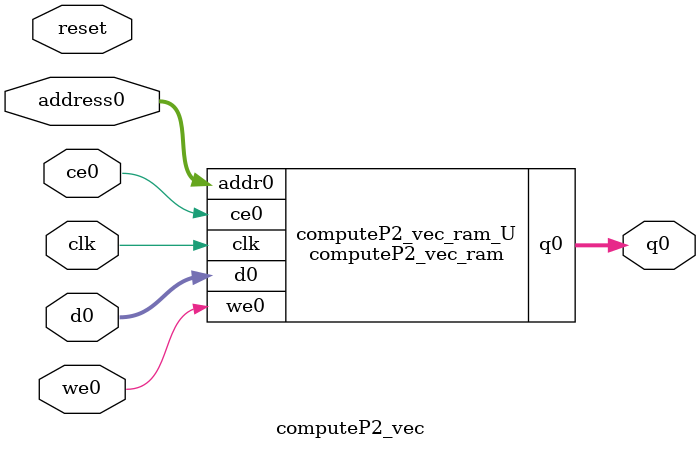
<source format=v>
`timescale 1 ns / 1 ps
module computeP2_vec_ram (addr0, ce0, d0, we0, q0,  clk);

parameter DWIDTH = 6;
parameter AWIDTH = 6;
parameter MEM_SIZE = 60;

input[AWIDTH-1:0] addr0;
input ce0;
input[DWIDTH-1:0] d0;
input we0;
output reg[DWIDTH-1:0] q0;
input clk;

reg [DWIDTH-1:0] ram[0:MEM_SIZE-1];




always @(posedge clk)  
begin 
    if (ce0) begin
        if (we0) 
            ram[addr0] <= d0; 
        q0 <= ram[addr0];
    end
end


endmodule

`timescale 1 ns / 1 ps
module computeP2_vec(
    reset,
    clk,
    address0,
    ce0,
    we0,
    d0,
    q0);

parameter DataWidth = 32'd6;
parameter AddressRange = 32'd60;
parameter AddressWidth = 32'd6;
input reset;
input clk;
input[AddressWidth - 1:0] address0;
input ce0;
input we0;
input[DataWidth - 1:0] d0;
output[DataWidth - 1:0] q0;



computeP2_vec_ram computeP2_vec_ram_U(
    .clk( clk ),
    .addr0( address0 ),
    .ce0( ce0 ),
    .we0( we0 ),
    .d0( d0 ),
    .q0( q0 ));

endmodule


</source>
